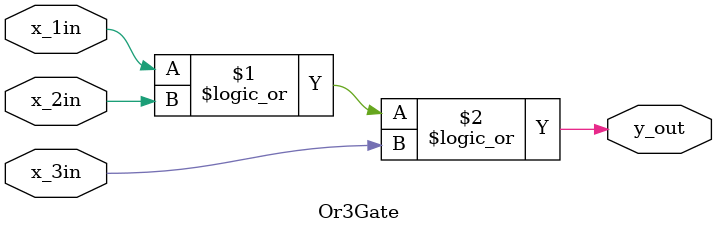
<source format=v>


`timescale 1ns/10ps

module Or3Gate (
    x_1in,
    x_2in,
    x_3in,
    y_out
);
// Or Logic Gate myHDL Module (function)
// 
// Args:
//     x_1in: bool Input port
//     x_2in: bool Input port
//     x_3in: bool Input port
//     y_out: bool Output port
// 
// Returns:
//     AND Combo logic operation
//     

input x_1in;
input x_2in;
input x_3in;
output y_out;
wire y_out;







assign y_out = (x_1in || x_2in || x_3in);

endmodule

</source>
